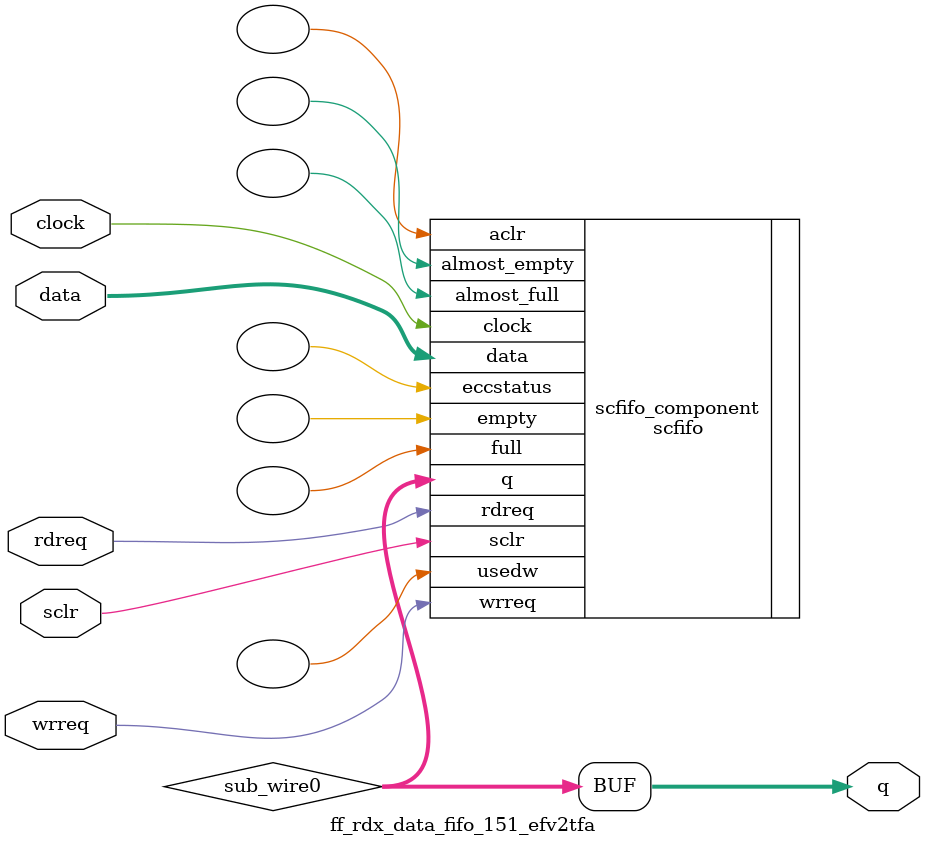
<source format=v>



`timescale 1 ps / 1 ps
// synopsys translate_on
module  ff_rdx_data_fifo_151_efv2tfa  (
    clock,
    data,
    rdreq,
    sclr,
    wrreq,
    q);

    input    clock;
    input  [35:0]  data;
    input    rdreq;
    input    sclr;
    input    wrreq;
    output [35:0]  q;

    wire [35:0] sub_wire0;
    wire [35:0] q = sub_wire0[35:0];

    scfifo  scfifo_component (
                .clock (clock),
                .data (data),
                .rdreq (rdreq),
                .sclr (sclr),
                .wrreq (wrreq),
                .q (sub_wire0),
                .aclr (),
                .almost_empty (),
                .almost_full (),
                .eccstatus (),
                .empty (),
                .full (),
                .usedw ());
    defparam
        scfifo_component.add_ram_output_register  = "ON",
        scfifo_component.enable_ecc  = "FALSE",
        scfifo_component.intended_device_family  = "Arria 10",
        scfifo_component.lpm_hint  = "DISABLE_DCFIFO_EMBEDDED_TIMING_CONSTRAINT=TRUE",
        scfifo_component.lpm_numwords  = 64,
        scfifo_component.lpm_showahead  = "OFF",
        scfifo_component.lpm_type  = "scfifo",
        scfifo_component.lpm_width  = 36,
        scfifo_component.lpm_widthu  = 6,
        scfifo_component.overflow_checking  = "ON",
        scfifo_component.underflow_checking  = "ON",
        scfifo_component.use_eab  = "ON";


endmodule



</source>
